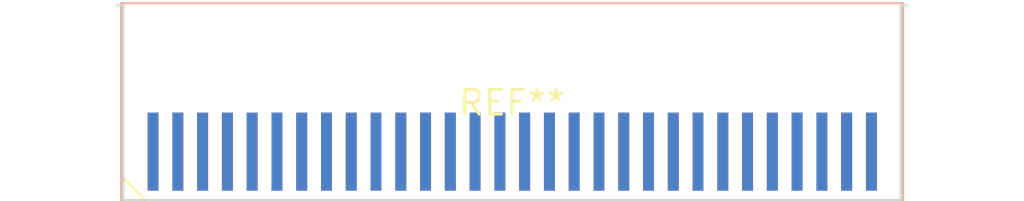
<source format=kicad_pcb>
(kicad_pcb (version 20240108) (generator pcbnew)
  (layers (0 "F.Cu" signal) (31 "B.Cu" signal) (34 "B.Paste" user) (35 "F.Paste" user) (36 "B.SilkS" user "B.Silkscreen") (37 "F.SilkS" user "F.Silkscreen") (38 "B.Mask" user) (39 "F.Mask" user) (44 "Edge.Cuts" user))
  (net 0 "")
  (footprint "Samtec_MECF-30-0_-NP-L-DV_2x30_P1.27mm_Edge" (layer "F.Cu") (at 0 0)
    (property "Reference" "REF**")
    (property "Value" "Samtec_MECF-30-0_-NP-L-DV_2x30_P1.27mm_Edge")
    (fp_line (start -20.04 -5.11) (end 20.04 -5.11) (layer "B.SilkS") (stroke (width 0.12)))
    (fp_line (start -20.04 5) (end -20.04 -5.11) (layer "B.SilkS") (stroke (width 0.12)))
    (fp_line (start -20.04 5) (end 20.04 5) (layer "B.SilkS") (stroke (width 0.12)))
    (fp_line (start 20.04 5) (end 20.04 -5.11) (layer "B.SilkS") (stroke (width 0.12)))
    (fp_line (start -20.04 -5.11) (end 20.04 -5.11) (layer "F.SilkS") (stroke (width 0.12)))
    (fp_line (start -20.04 3.73) (end -20.04 -5.11) (layer "F.SilkS") (stroke (width 0.12)))
    (fp_line (start -18.77 5) (end -20.04 3.73) (layer "F.SilkS") (stroke (width 0.12)))
    (fp_line (start -18.77 5) (end 20.04 5) (layer "F.SilkS") (stroke (width 0.12)))
    (fp_line (start 20.04 5) (end 20.04 -5.11) (layer "F.SilkS") (stroke (width 0.12)))
    (fp_line (start -20.25 -5) (end -19.925 -5) (layer "Edge.Cuts") (stroke (width 0.12)))
    (fp_line (start -19.925 5) (end -19.925 -5) (layer "Edge.Cuts") (stroke (width 0.12)))
    (fp_line (start -19.925 5) (end 19.925 5) (layer "Edge.Cuts") (stroke (width 0.12)))
    (fp_line (start 19.925 5) (end 19.925 -5) (layer "Edge.Cuts") (stroke (width 0.12)))
    (fp_line (start 20.25 -5) (end 19.925 -5) (layer "Edge.Cuts") (stroke (width 0.12)))
    (pad "1" connect rect (at -18.405 2.5) (size 0.56 4) (layers "F.Cu" "F.Mask"))
    (pad "2" connect rect (at -18.405 2.5) (size 0.56 4) (layers "B.Cu" "B.Mask"))
    (pad "3" connect rect (at -17.135 2.5) (size 0.56 4) (layers "F.Cu" "F.Mask"))
    (pad "4" connect rect (at -17.135 2.5) (size 0.56 4) (layers "B.Cu" "B.Mask"))
    (pad "5" connect rect (at -15.865 2.5) (size 0.56 4) (layers "F.Cu" "F.Mask"))
    (pad "6" connect rect (at -15.865 2.5) (size 0.56 4) (layers "B.Cu" "B.Mask"))
    (pad "7" connect rect (at -14.595 2.5) (size 0.56 4) (layers "F.Cu" "F.Mask"))
    (pad "8" connect rect (at -14.595 2.5) (size 0.56 4) (layers "B.Cu" "B.Mask"))
    (pad "9" connect rect (at -13.325 2.5) (size 0.56 4) (layers "F.Cu" "F.Mask"))
    (pad "10" connect rect (at -13.325 2.5) (size 0.56 4) (layers "B.Cu" "B.Mask"))
    (pad "11" connect rect (at -12.055 2.5) (size 0.56 4) (layers "F.Cu" "F.Mask"))
    (pad "12" connect rect (at -12.055 2.5) (size 0.56 4) (layers "B.Cu" "B.Mask"))
    (pad "13" connect rect (at -10.785 2.5) (size 0.56 4) (layers "F.Cu" "F.Mask"))
    (pad "14" connect rect (at -10.785 2.5) (size 0.56 4) (layers "B.Cu" "B.Mask"))
    (pad "15" connect rect (at -9.515 2.5) (size 0.56 4) (layers "F.Cu" "F.Mask"))
    (pad "16" connect rect (at -9.515 2.5) (size 0.56 4) (layers "B.Cu" "B.Mask"))
    (pad "17" connect rect (at -8.245 2.5) (size 0.56 4) (layers "F.Cu" "F.Mask"))
    (pad "18" connect rect (at -8.245 2.5) (size 0.56 4) (layers "B.Cu" "B.Mask"))
    (pad "19" connect rect (at -6.975 2.5) (size 0.56 4) (layers "F.Cu" "F.Mask"))
    (pad "20" connect rect (at -6.975 2.5) (size 0.56 4) (layers "B.Cu" "B.Mask"))
    (pad "21" connect rect (at -5.705 2.5) (size 0.56 4) (layers "F.Cu" "F.Mask"))
    (pad "22" connect rect (at -5.705 2.5) (size 0.56 4) (layers "B.Cu" "B.Mask"))
    (pad "23" connect rect (at -4.435 2.5) (size 0.56 4) (layers "F.Cu" "F.Mask"))
    (pad "24" connect rect (at -4.435 2.5) (size 0.56 4) (layers "B.Cu" "B.Mask"))
    (pad "25" connect rect (at -3.165 2.5) (size 0.56 4) (layers "F.Cu" "F.Mask"))
    (pad "26" connect rect (at -3.165 2.5) (size 0.56 4) (layers "B.Cu" "B.Mask"))
    (pad "27" connect rect (at -1.895 2.5) (size 0.56 4) (layers "F.Cu" "F.Mask"))
    (pad "28" connect rect (at -1.895 2.5) (size 0.56 4) (layers "B.Cu" "B.Mask"))
    (pad "29" connect rect (at -0.625 2.5) (size 0.56 4) (layers "F.Cu" "F.Mask"))
    (pad "30" connect rect (at -0.625 2.5) (size 0.56 4) (layers "B.Cu" "B.Mask"))
    (pad "31" connect rect (at 0.645 2.5) (size 0.56 4) (layers "F.Cu" "F.Mask"))
    (pad "32" connect rect (at 0.645 2.5) (size 0.56 4) (layers "B.Cu" "B.Mask"))
    (pad "33" connect rect (at 1.915 2.5) (size 0.56 4) (layers "F.Cu" "F.Mask"))
    (pad "34" connect rect (at 1.915 2.5) (size 0.56 4) (layers "B.Cu" "B.Mask"))
    (pad "35" connect rect (at 3.185 2.5) (size 0.56 4) (layers "F.Cu" "F.Mask"))
    (pad "36" connect rect (at 3.185 2.5) (size 0.56 4) (layers "B.Cu" "B.Mask"))
    (pad "37" connect rect (at 4.455 2.5) (size 0.56 4) (layers "F.Cu" "F.Mask"))
    (pad "38" connect rect (at 4.455 2.5) (size 0.56 4) (layers "B.Cu" "B.Mask"))
    (pad "39" connect rect (at 5.725 2.5) (size 0.56 4) (layers "F.Cu" "F.Mask"))
    (pad "40" connect rect (at 5.725 2.5) (size 0.56 4) (layers "B.Cu" "B.Mask"))
    (pad "41" connect rect (at 6.995 2.5) (size 0.56 4) (layers "F.Cu" "F.Mask"))
    (pad "42" connect rect (at 6.995 2.5) (size 0.56 4) (layers "B.Cu" "B.Mask"))
    (pad "43" connect rect (at 8.265 2.5) (size 0.56 4) (layers "F.Cu" "F.Mask"))
    (pad "44" connect rect (at 8.265 2.5) (size 0.56 4) (layers "B.Cu" "B.Mask"))
    (pad "45" connect rect (at 9.535 2.5) (size 0.56 4) (layers "F.Cu" "F.Mask"))
    (pad "46" connect rect (at 9.535 2.5) (size 0.56 4) (layers "B.Cu" "B.Mask"))
    (pad "47" connect rect (at 10.805 2.5) (size 0.56 4) (layers "F.Cu" "F.Mask"))
    (pad "48" connect rect (at 10.805 2.5) (size 0.56 4) (layers "B.Cu" "B.Mask"))
    (pad "49" connect rect (at 12.075 2.5) (size 0.56 4) (layers "F.Cu" "F.Mask"))
    (pad "50" connect rect (at 12.075 2.5) (size 0.56 4) (layers "B.Cu" "B.Mask"))
    (pad "51" connect rect (at 13.345 2.5) (size 0.56 4) (layers "F.Cu" "F.Mask"))
    (pad "52" connect rect (at 13.345 2.5) (size 0.56 4) (layers "B.Cu" "B.Mask"))
    (pad "53" connect rect (at 14.615 2.5) (size 0.56 4) (layers "F.Cu" "F.Mask"))
    (pad "54" connect rect (at 14.615 2.5) (size 0.56 4) (layers "B.Cu" "B.Mask"))
    (pad "55" connect rect (at 15.885 2.5) (size 0.56 4) (layers "F.Cu" "F.Mask"))
    (pad "56" connect rect (at 15.885 2.5) (size 0.56 4) (layers "B.Cu" "B.Mask"))
    (pad "57" connect rect (at 17.155 2.5) (size 0.56 4) (layers "F.Cu" "F.Mask"))
    (pad "58" connect rect (at 17.155 2.5) (size 0.56 4) (layers "B.Cu" "B.Mask"))
    (pad "59" connect rect (at 18.425 2.5) (size 0.56 4) (layers "F.Cu" "F.Mask"))
    (pad "60" connect rect (at 18.425 2.5) (size 0.56 4) (layers "B.Cu" "B.Mask"))
  )
)
</source>
